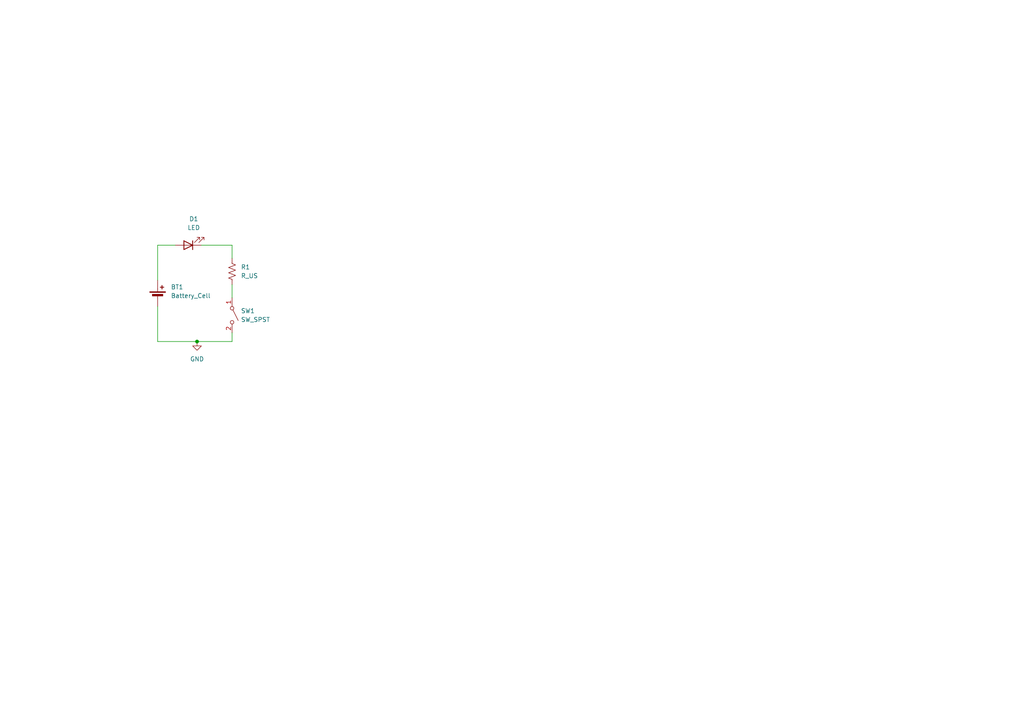
<source format=kicad_sch>
(kicad_sch (version 20231120) (generator "eeschema") (generator_version "8.0")
  (paper "A4")
  (lib_symbols
    (symbol "Device:Battery_Cell" (pin_numbers hide) (pin_names (offset 0) hide)
      (property "Reference" "BT" (at 2.54 2.54 0))
      (property "Value" "Battery_Cell" (at 2.54 0 0))
      (symbol "Battery_Cell_0_1"
        (rectangle (start -2.286 1.778) (end 2.286 1.524) (fill (type outline)))
        (rectangle (start -1.524 1.016) (end 1.524 0.508) (fill (type outline)))
        (polyline (pts (xy 0 0.762) (xy 0 0)))
        (polyline (pts (xy 0 1.778) (xy 0 2.54)))
        (polyline (pts (xy 0.762 3.048) (xy 1.778 3.048)) (stroke (width 0.254)))
        (polyline (pts (xy 1.27 3.556) (xy 1.27 2.54)) (stroke (width 0.254)))
      )
      (symbol "Battery_Cell_1_1"
        (pin passive line (at 0 5.08 270) (length 2.54) (name "+") (number "1"))
        (pin passive line (at 0 -2.54 90) (length 2.54) (name "-") (number "2"))
      )
    )
    (symbol "Device:LED" (pin_numbers hide) (pin_names (offset 1.016) hide)
      (property "Reference" "D" (at 0 2.54 0))
      (property "Value" "LED" (at 0 -2.54 0))
      (symbol "LED_0_1"
        (polyline (pts (xy -1.27 -1.27) (xy -1.27 1.27)) (stroke (width 0.254)))
        (polyline (pts (xy -1.27 0) (xy 1.27 0)))
        (polyline (pts (xy 1.27 -1.27) (xy 1.27 1.27) (xy -1.27 0) (xy 1.27 -1.27)) (stroke (width 0.254)))
        (polyline (pts (xy -3.048 -0.762) (xy -4.572 -2.286) (xy -3.81 -2.286) (xy -4.572 -2.286) (xy -4.572 -1.524)))
        (polyline (pts (xy -1.778 -0.762) (xy -3.302 -2.286) (xy -2.54 -2.286) (xy -3.302 -2.286) (xy -3.302 -1.524)))
      )
      (symbol "LED_1_1"
        (pin passive line (at -3.81 0 0) (length 2.54) (name "K") (number "1"))
        (pin passive line (at 3.81 0 180) (length 2.54) (name "A") (number "2"))
      )
    )
    (symbol "Device:R_US" (pin_numbers hide) (pin_names (offset 0))
      (property "Reference" "R" (at 2.54 0 90))
      (property "Value" "R_US" (at -2.54 0 90))
      (symbol "R_US_0_1"
        (polyline (pts (xy 0 -2.286) (xy 0 -2.54)))
        (polyline (pts (xy 0 2.286) (xy 0 2.54)))
        (polyline (pts (xy 0 -0.762) (xy 1.016 -1.143) (xy 0 -1.524) (xy -1.016 -1.905) (xy 0 -2.286)))
        (polyline (pts (xy 0 0.762) (xy 1.016 0.381) (xy 0 0) (xy -1.016 -0.381) (xy 0 -0.762)))
        (polyline (pts (xy 0 2.286) (xy 1.016 1.905) (xy 0 1.524) (xy -1.016 1.143) (xy 0 0.762)))
      )
      (symbol "R_US_1_1"
        (pin passive line (at 0 3.81 270) (length 1.27) (name "~") (number "1"))
        (pin passive line (at 0 -3.81 90) (length 1.27) (name "~") (number "2"))
      )
    )
    (symbol "Switch:SW_SPST" (pin_names (offset 0) hide)
      (property "Reference" "SW" (at 0 3.175 0))
      (property "Value" "SW_SPST" (at 0 -2.54 0))
      (symbol "SW_SPST_0_0"
        (circle (center -2.032 0) (radius 0.508))
        (polyline (pts (xy -1.524 0.254) (xy 1.524 1.778)))
        (circle (center 2.032 0) (radius 0.508))
      )
      (symbol "SW_SPST_1_1"
        (pin passive line (at -5.08 0 0) (length 2.54) (name "A") (number "1"))
        (pin passive line (at 5.08 0 180) (length 2.54) (name "B") (number "2"))
      )
    )
    (symbol "power:GND" (power) (pin_numbers hide) (pin_names (offset 0) hide)
      (property "Value" "GND" (at 0 -3.81 0))
      (symbol "GND_0_1"
        (polyline (pts (xy 0 0) (xy 0 -1.27) (xy 1.27 -1.27) (xy 0 -2.54) (xy -1.27 -1.27) (xy 0 -1.27)))
      )
      (symbol "GND_1_1"
        (pin power_in line (at 0 0 270) (length 0) (name "~") (number "1"))
      )
    )
  )
  (junction (at 57.15 99.06))
  (wire (pts (xy 45.72 71.12) (xy 45.72 81.28)))
  (wire (pts (xy 45.72 88.9) (xy 45.72 99.06)))
  (wire (pts (xy 67.31 82.55) (xy 67.31 86.36)))
  (wire (pts (xy 57.15 99.06) (xy 45.72 99.06)))
  (wire (pts (xy 67.31 71.12) (xy 67.31 74.93)))
  (wire (pts (xy 67.31 96.52) (xy 67.31 99.06)))
  (wire (pts (xy 58.42 71.12) (xy 67.31 71.12)))
  (wire (pts (xy 45.72 71.12) (xy 50.8 71.12)))
  (wire (pts (xy 67.31 99.06) (xy 57.15 99.06)))
  (symbol (lib_id "Switch:SW_SPST") (at 67.31 91.44 270) (unit 1)
    (property "Reference" "SW1" (at 69.85 90.1699 90) (effects (justify left)))
    (property "Value" "SW_SPST" (at 69.85 92.7099 90) (effects (justify left)))
    (property "Footprint" "Button_Switch_THT:SW_PUSH_6mm" (effects (hide yes)))
    (property "Description" "Single Pole Single Throw (SPST) switch" (effects (hide yes)))
  )
  (symbol (lib_id "Device:R_US") (at 67.31 78.74 0) (unit 1)
    (property "Reference" "R1" (at 69.85 77.4699 0) (effects (justify left)))
    (property "Value" "R_US" (at 69.85 80.0099 0) (effects (justify left)))
    (property "Footprint" "Resistor_SMD:R_2512_6332Metric" (effects (hide yes)))
    (property "Description" "Resistor, US symbol" (effects (hide yes)))
  )
  (symbol (lib_id "Device:LED") (at 54.61 71.12 180) (unit 1)
    (property "Reference" "D1" (at 56.1975 63.5 0))
    (property "Value" "LED" (at 56.1975 66.04 0))
    (property "Footprint" "LED_SMD:LED_2512_6332Metric" (effects (hide yes)))
    (property "Description" "Light emitting diode" (effects (hide yes)))
  )
  (symbol (lib_id "power:GND") (at 57.15 99.06 0) (unit 1)
    (property "Reference" "#PWR01" (effects (hide yes)))
    (property "Value" "GND" (at 57.15 104.14 0))
    (property "Description" "Power symbol creates a global label with name \"GND\" , ground" (effects (hide yes)))
  )
  (symbol (lib_id "Device:Battery_Cell") (at 45.72 86.36 0) (unit 1)
    (property "Reference" "BT1" (at 49.53 83.2484 0) (effects (justify left)))
    (property "Value" "Battery_Cell" (at 49.53 85.7884 0) (effects (justify left)))
    (property "Footprint" "Battery:BatteryHolder_Keystone_103_1x20mm" (effects (hide yes)))
    (property "Description" "Single-cell battery" (effects (hide yes)))
  )
)
</source>
